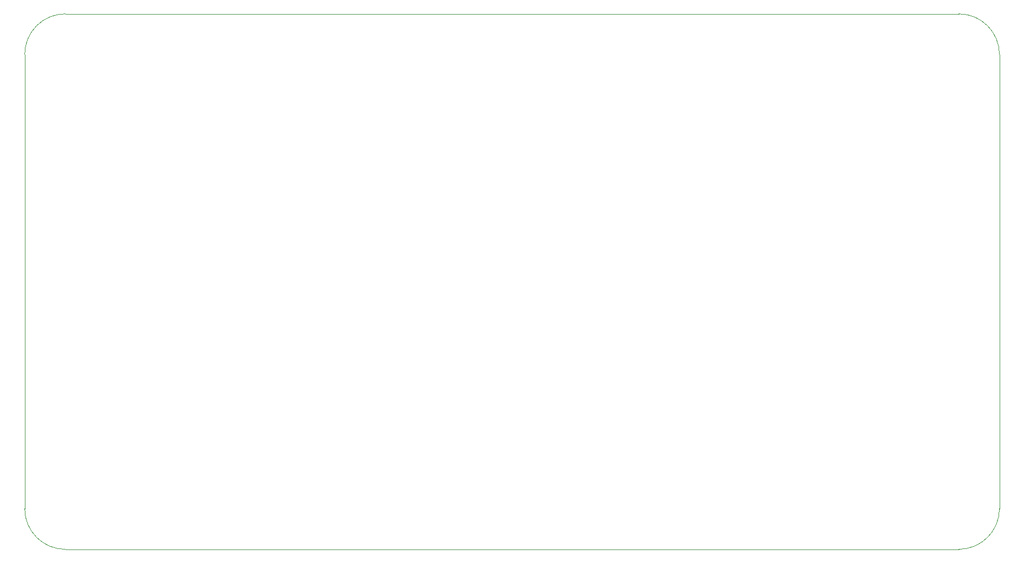
<source format=gm1>
G04 #@! TF.GenerationSoftware,KiCad,Pcbnew,(6.0.8-1)-1*
G04 #@! TF.CreationDate,2022-12-30T12:25:55-08:00*
G04 #@! TF.ProjectId,Urban Battery - BMS_complement,55726261-6e20-4426-9174-74657279202d,rev?*
G04 #@! TF.SameCoordinates,Original*
G04 #@! TF.FileFunction,Profile,NP*
%FSLAX46Y46*%
G04 Gerber Fmt 4.6, Leading zero omitted, Abs format (unit mm)*
G04 Created by KiCad (PCBNEW (6.0.8-1)-1) date 2022-12-30 12:25:55*
%MOMM*%
%LPD*%
G01*
G04 APERTURE LIST*
G04 #@! TA.AperFunction,Profile*
%ADD10C,0.100000*%
G04 #@! TD*
G04 APERTURE END LIST*
D10*
X76200000Y-57150000D02*
X76200000Y-128270000D01*
X82550000Y-50800000D02*
G75*
G03*
X76200000Y-57150000I0J-6350000D01*
G01*
X222250000Y-134620000D02*
G75*
G03*
X228600000Y-128270000I0J6350000D01*
G01*
X222250000Y-50800000D02*
X82550000Y-50800000D01*
X228600000Y-57150000D02*
G75*
G03*
X222250000Y-50800000I-6350000J0D01*
G01*
X82550000Y-134620000D02*
X222250000Y-134620000D01*
X76200000Y-128270000D02*
G75*
G03*
X82550000Y-134620000I6350000J0D01*
G01*
X228600000Y-128270000D02*
X228600000Y-57150000D01*
M02*

</source>
